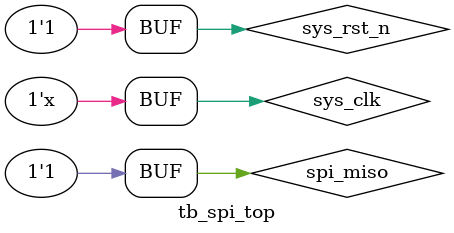
<source format=v>

                                                                                
// Verilog Test Bench template for design : uart_recv
// 
// Simulation tool : ModelSim-Altera (Verilog)
// 



`timescale 1 ns/ 1 ns
module tb_spi_top();
// constants                                           
// general purpose registers
// test vector input registers
reg				sys_clk;
reg				sys_rst_n;
	
reg				spi_en;		
reg		[15:0]	spi_sdata;
wire	[15:0]	spi_rdata;
wire			spi_done;	
wire			spi_csn	;
wire			spi_clk;	
wire			spi_mosi;	
reg				spi_miso;	

reg       		data_flag;
reg				datain;

// assign statements (if any)                          
spi_top 	spi_top_inst (
// port map - connection between master ports and signals/registers   
//system signals    
	//sys_interface
.sys_clk		(sys_clk),//ÏµÍ³Ê±ÖÓ50Mhz
.sys_rst_n		(sys_rst_n),
.spi_csn		(spi_csn),
.spi_clk		(spi_clk),
.spi_mosi		(spi_mosi),
.spi_miso       (spi_miso)
  
);
//F1Ã»ÓÐÖÃ1µÄ³õÊ¼»¯
initial   begin   
sys_clk= 1;                       
sys_rst_n <= 0;
spi_miso<=0;
#50	
sys_rst_n <= 1;    
spi_miso <= 1;               
//$display("Running testbench");                       
end 


always   #20 sys_clk = ~sys_clk;



                                              
endmodule


</source>
